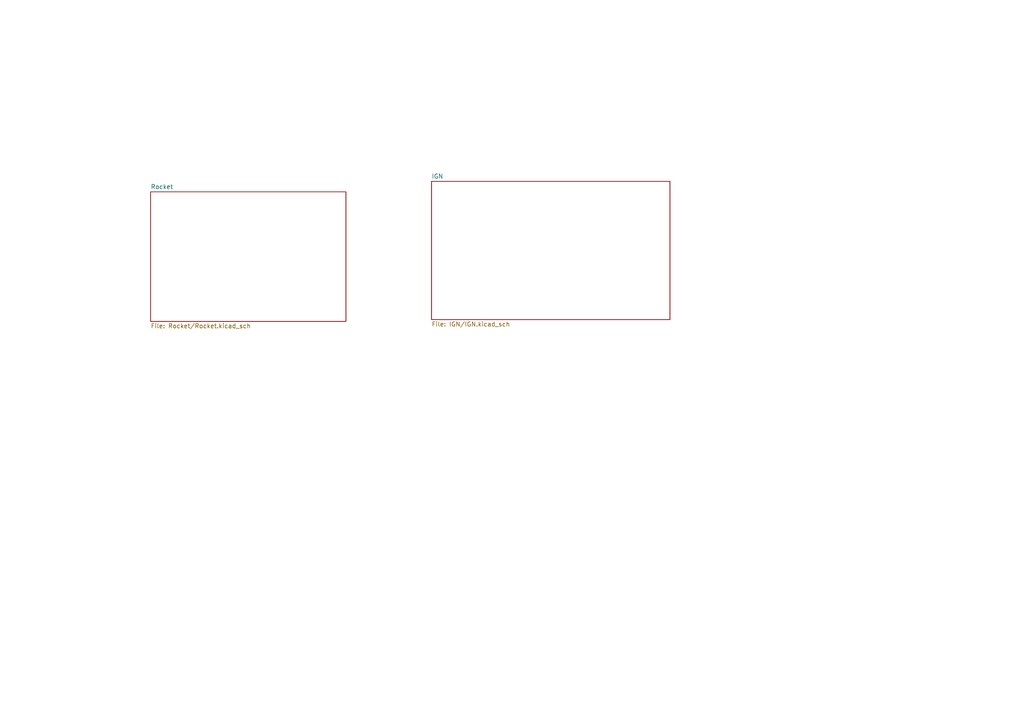
<source format=kicad_sch>
(kicad_sch
	(version 20231120)
	(generator "eeschema")
	(generator_version "8.0")
	(uuid "adc8f1be-9379-490d-9d7a-17215bc33520")
	(paper "A4")
	(lib_symbols)
	(sheet
		(at 125.1689 52.591)
		(size 69.1411 40.119)
		(fields_autoplaced yes)
		(stroke
			(width 0.1524)
			(type solid)
		)
		(fill
			(color 0 0 0 0.0000)
		)
		(uuid "abd91558-609f-4eb2-9586-3b974577c91b")
		(property "Sheetname" "IGN"
			(at 125.1689 51.8794 0)
			(effects
				(font
					(size 1.27 1.27)
				)
				(justify left bottom)
			)
		)
		(property "Sheetfile" "IGN/IGN.kicad_sch"
			(at 125.1689 93.2946 0)
			(effects
				(font
					(size 1.27 1.27)
				)
				(justify left top)
			)
		)
		(instances
			(project "IGNRocketOrderFile"
				(path "/adc8f1be-9379-490d-9d7a-17215bc33520"
					(page "10")
				)
			)
		)
	)
	(sheet
		(at 43.688 55.626)
		(size 56.642 37.592)
		(fields_autoplaced yes)
		(stroke
			(width 0.1524)
			(type solid)
		)
		(fill
			(color 0 0 0 0.0000)
		)
		(uuid "fd62f68a-4e98-4909-8202-38bb013212cb")
		(property "Sheetname" "Rocket"
			(at 43.688 54.9144 0)
			(effects
				(font
					(size 1.27 1.27)
				)
				(justify left bottom)
			)
		)
		(property "Sheetfile" "Rocket/Rocket.kicad_sch"
			(at 43.688 93.8026 0)
			(effects
				(font
					(size 1.27 1.27)
				)
				(justify left top)
			)
		)
		(instances
			(project "IGNRocketOrderFile"
				(path "/adc8f1be-9379-490d-9d7a-17215bc33520"
					(page "2")
				)
			)
		)
	)
	(sheet_instances
		(path "/"
			(page "1")
		)
	)
)
</source>
